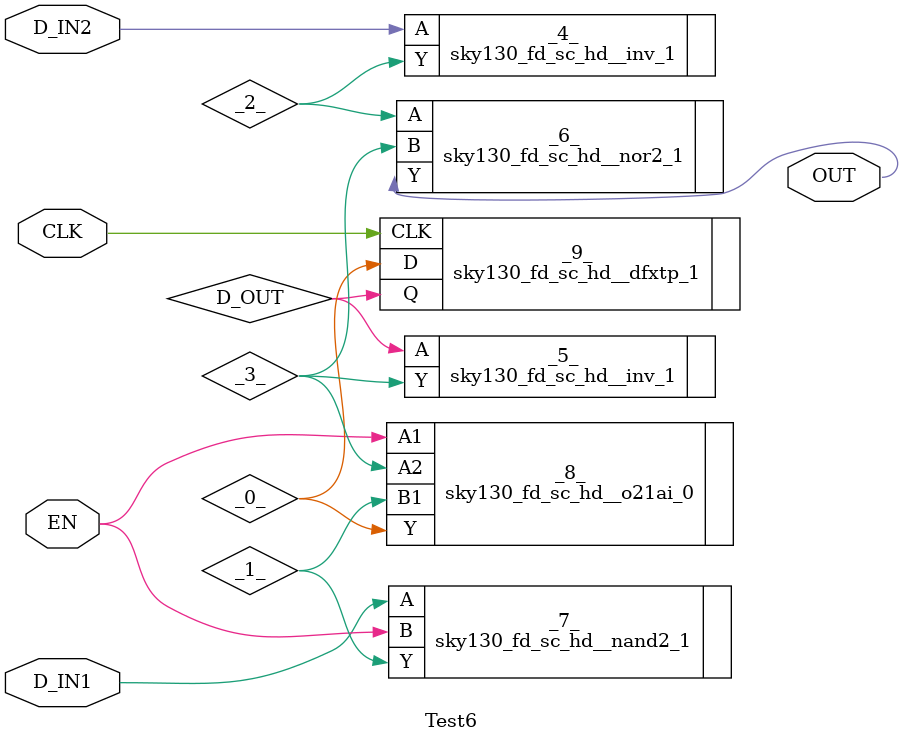
<source format=v>


module Test6
(
  CLK,
  EN,
  D_IN1,
  D_IN2,
  OUT
);

  wire _0_;
  wire _1_;
  wire _2_;
  wire _3_;
  input CLK;
  input D_IN1;
  input D_IN2;
  wire D_OUT;
  input EN;
  output OUT;

  sky130_fd_sc_hd__inv_1
  _4_
  (
    .A(D_IN2),
    .Y(_2_)
  );


  sky130_fd_sc_hd__inv_1
  _5_
  (
    .A(D_OUT),
    .Y(_3_)
  );


  sky130_fd_sc_hd__nor2_1
  _6_
  (
    .A(_2_),
    .B(_3_),
    .Y(OUT)
  );


  sky130_fd_sc_hd__nand2_1
  _7_
  (
    .A(D_IN1),
    .B(EN),
    .Y(_1_)
  );


  sky130_fd_sc_hd__o21ai_0
  _8_
  (
    .A1(EN),
    .A2(_3_),
    .B1(_1_),
    .Y(_0_)
  );


  sky130_fd_sc_hd__dfxtp_1
  _9_
  (
    .CLK(CLK),
    .D(_0_),
    .Q(D_OUT)
  );


endmodule


</source>
